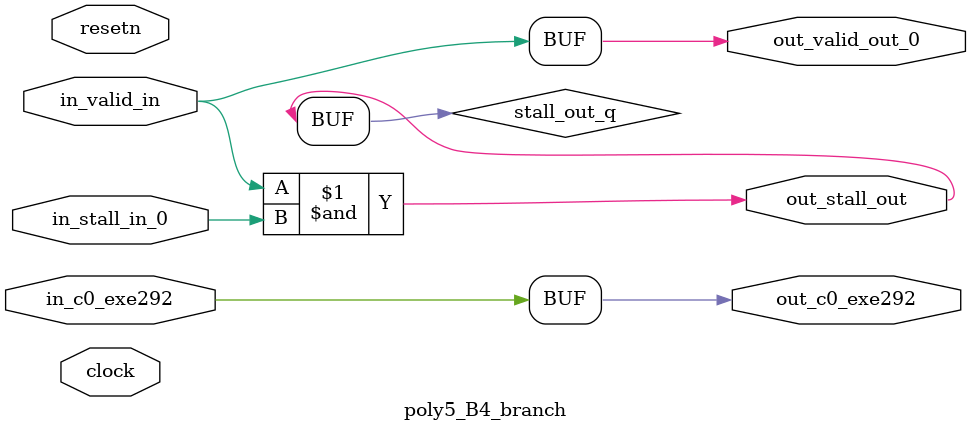
<source format=sv>



(* altera_attribute = "-name AUTO_SHIFT_REGISTER_RECOGNITION OFF; -name MESSAGE_DISABLE 10036; -name MESSAGE_DISABLE 10037; -name MESSAGE_DISABLE 14130; -name MESSAGE_DISABLE 14320; -name MESSAGE_DISABLE 15400; -name MESSAGE_DISABLE 14130; -name MESSAGE_DISABLE 10036; -name MESSAGE_DISABLE 12020; -name MESSAGE_DISABLE 12030; -name MESSAGE_DISABLE 12010; -name MESSAGE_DISABLE 12110; -name MESSAGE_DISABLE 14320; -name MESSAGE_DISABLE 13410; -name MESSAGE_DISABLE 113007; -name MESSAGE_DISABLE 10958" *)
module poly5_B4_branch (
    input wire [0:0] in_c0_exe292,
    input wire [0:0] in_stall_in_0,
    input wire [0:0] in_valid_in,
    output wire [0:0] out_c0_exe292,
    output wire [0:0] out_stall_out,
    output wire [0:0] out_valid_out_0,
    input wire clock,
    input wire resetn
    );

    wire [0:0] stall_out_q;


    // out_c0_exe292(GPOUT,5)
    assign out_c0_exe292 = in_c0_exe292;

    // stall_out(LOGICAL,8)
    assign stall_out_q = in_valid_in & in_stall_in_0;

    // out_stall_out(GPOUT,6)
    assign out_stall_out = stall_out_q;

    // out_valid_out_0(GPOUT,7)
    assign out_valid_out_0 = in_valid_in;

endmodule

</source>
